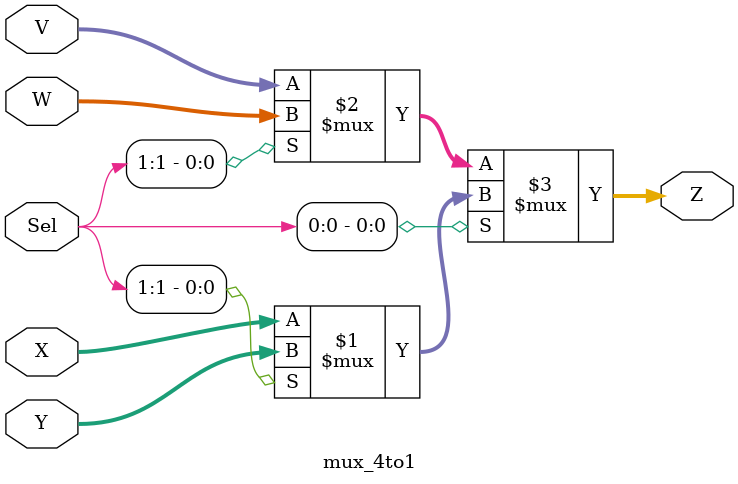
<source format=sv>
module mux_4to1 (Z,Sel,V,W,X,Y);
  parameter WID = 32;
  input wire [WID-1:0] V,W,X,Y;
  input wire [1:0] Sel;
  output wire [WID-1:0] Z;
  
  assign Z= Sel[0]? (Sel[1]? Y:X) : (Sel[1]? W:V);

  // 11 Y
  // 01 x
  // 10 w
  // 00 v
endmodule
</source>
